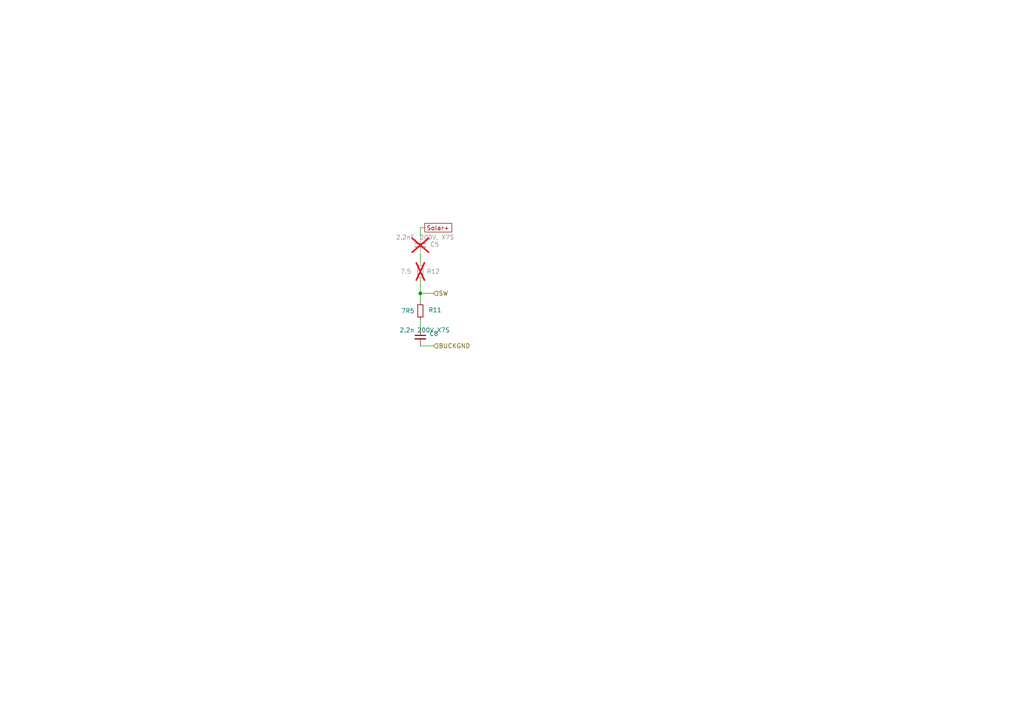
<source format=kicad_sch>
(kicad_sch (version 20250114) (generator "eeschema") (generator_version "9.0")
  (paper "A4")
  (lib_symbols
    (symbol "Device:C_Small" (pin_numbers (hide yes)) (pin_names (offset 0.254) (hide yes))
      (property "Reference" "C" (at 0.254 1.778 0))
      (property "Value" "C_Small" (at 0.254 -2.032 0))
      (symbol "C_Small_0_1"
        (polyline (pts (xy -1.524 0.508) (xy 1.524 0.508)) (stroke (width 0.3048)))
        (polyline (pts (xy -1.524 -0.508) (xy 1.524 -0.508)) (stroke (width 0.3302)))
      )
      (symbol "C_Small_1_1"
        (pin passive line (at 0 2.54 270) (length 2.032) (name "~") (number "1"))
        (pin passive line (at 0 -2.54 90) (length 2.032) (name "~") (number "2"))
      )
    )
    (symbol "Device:R_Small" (pin_numbers (hide yes)) (pin_names (offset 0.254) (hide yes))
      (property "Reference" "R" (at 0 0 90))
      (property "Value" "R_Small" (at 1.778 0 90))
      (symbol "R_Small_0_1"
        (rectangle (start -0.762 1.778) (end 0.762 -1.778) (stroke (width 0.2032)))
      )
      (symbol "R_Small_1_1"
        (pin passive line (at 0 2.54 270) (length 0.762) (name "~") (number "1"))
        (pin passive line (at 0 -2.54 90) (length 0.762) (name "~") (number "2"))
      )
    )
  )
  (junction (at 121.92 85.09))
  (wire (pts (xy 121.92 66.04) (xy 121.92 68.58)))
  (wire (pts (xy 123.19 66.04) (xy 121.92 66.04)))
  (wire (pts (xy 121.92 85.09) (xy 121.92 87.63)))
  (wire (pts (xy 121.92 100.33) (xy 125.73 100.33)))
  (wire (pts (xy 121.92 73.66) (xy 121.92 76.2)))
  (wire (pts (xy 121.92 81.28) (xy 121.92 85.09)))
  (wire (pts (xy 121.92 95.25) (xy 121.92 92.71)))
  (wire (pts (xy 125.73 85.09) (xy 121.92 85.09)))
  (global_label "Solar+" (shape passive) (at 123.19 66.04 0) (property "Intersheetrefs" "${INTERSHEET_REFS}" (effects (hide yes))))
  (hierarchical_label "BUCKGND" (shape input) (at 125.73 100.33 0))
  (hierarchical_label "SW" (shape input) (at 125.73 85.09 0))
  (symbol (lib_id "Device:R_Small") (at 121.92 90.17 0) (unit 1)
    (property "Reference" "R11" (at 124.206 89.916 0) (effects (justify left)))
    (property "Value" "7R5" (at 116.332 90.17 0) (effects (justify left)))
    (property "Footprint" "Resistor_SMD:R_1206_3216Metric" (effects (hide yes)))
    (property "Description" "Resistor, small symbol" (effects (hide yes)))
    (property "MPN" "7.5" (effects (hide yes)))
    (property "Desc" "Snubber" (effects (hide yes)))
  )
  (symbol (lib_id "Device:C_Small") (at 121.92 97.79 0) (unit 1)
    (property "Reference" "C8" (at 124.46 96.774 0) (effects (justify left)))
    (property "Value" "2.2n 200V X7S" (at 115.824 95.758 0) (effects (justify left)))
    (property "Footprint" "Capacitor_SMD:C_0805_2012Metric_Pad1.18x1.45mm_HandSolder" (effects (hide yes)))
    (property "Description" "maybe C0G? C0805C222K2GEC7800" (effects (hide yes)))
    (property "MPN" "C0805C222K2GEC7800" (effects (hide yes)))
    (property "Desc" "Snubber" (effects (hide yes)))
    (property "Digikey" "C0805C222K2GEC7800" (effects (hide yes)))
  )
  (symbol (lib_id "Device:R_Small") (at 121.92 78.74 0) (unit 1) (exclude_from_sim yes) (in_bom no) (dnp yes)
    (property "Reference" "R12" (at 123.698 78.74 0) (effects (justify left)))
    (property "Value" "7.5" (at 116.078 78.74 0) (effects (justify left)))
    (property "Footprint" "Resistor_SMD:R_1206_3216Metric" (effects (hide yes)))
    (property "Description" "Resistor, small symbol" (effects (hide yes)))
    (property "MPN" "DNP" (effects (hide yes)))
    (property "Desc" "Snubber" (effects (hide yes)))
  )
  (symbol (lib_id "Device:C_Small") (at 121.92 71.12 0) (unit 1) (exclude_from_sim yes) (in_bom no) (dnp yes)
    (property "Reference" "C5" (at 124.714 70.866 0) (effects (justify left)))
    (property "Value" "2.2nF, 200V, X7S" (at 114.808 68.834 0) (effects (justify left)))
    (property "Footprint" "Capacitor_SMD:C_1206_3216Metric" (effects (hide yes)))
    (property "Description" "Unpolarized capacitor, small symbol" (effects (hide yes)))
    (property "MPN" "DNP" (effects (hide yes)))
    (property "Desc" "Snubber" (effects (hide yes)))
    (property "Digikey" "C0805C222K2GEC7800" (effects (hide yes)))
  )
)
</source>
